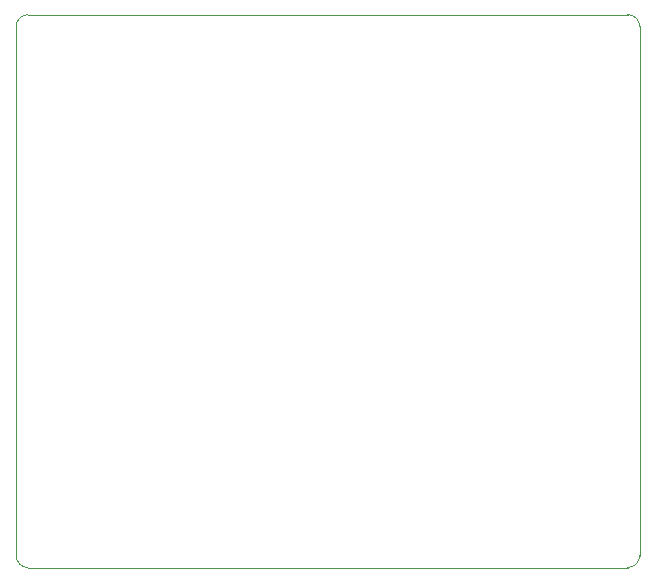
<source format=gbr>
%TF.GenerationSoftware,KiCad,Pcbnew,9.0.4*%
%TF.CreationDate,2025-09-25T10:41:26-04:00*%
%TF.ProjectId,fanboy,66616e62-6f79-42e6-9b69-6361645f7063,rev?*%
%TF.SameCoordinates,Original*%
%TF.FileFunction,Profile,NP*%
%FSLAX46Y46*%
G04 Gerber Fmt 4.6, Leading zero omitted, Abs format (unit mm)*
G04 Created by KiCad (PCBNEW 9.0.4) date 2025-09-25 10:41:26*
%MOMM*%
%LPD*%
G01*
G04 APERTURE LIST*
%TA.AperFunction,Profile*%
%ADD10C,0.100000*%
%TD*%
G04 APERTURE END LIST*
D10*
X142170000Y-62360000D02*
G75*
G02*
X143170000Y-61360000I1000000J0D01*
G01*
X193950000Y-61360000D02*
G75*
G02*
X194950000Y-62360000I0J-1000000D01*
G01*
X143170000Y-108180000D02*
G75*
G02*
X142170000Y-107180000I0J1000000D01*
G01*
X194950000Y-107180000D02*
G75*
G02*
X193950000Y-108180000I-1000000J0D01*
G01*
X143170000Y-61360000D02*
X193950000Y-61360000D01*
X142170000Y-107180000D02*
X142170000Y-62360000D01*
X194950000Y-62360000D02*
X194950000Y-107180000D01*
X193950000Y-108180000D02*
X143170000Y-108180000D01*
M02*

</source>
